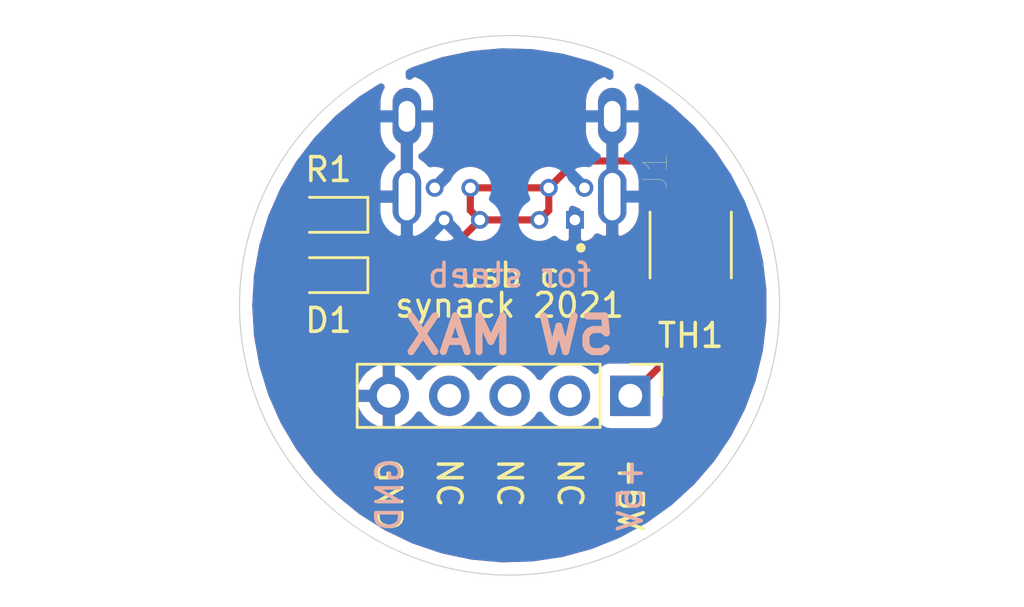
<source format=kicad_pcb>
(kicad_pcb (version 20171130) (host pcbnew "(5.1.9)-1")

  (general
    (thickness 1.6)
    (drawings 12)
    (tracks 15)
    (zones 0)
    (modules 5)
    (nets 5)
  )

  (page A4)
  (layers
    (0 F.Cu signal)
    (31 B.Cu signal)
    (32 B.Adhes user)
    (33 F.Adhes user)
    (34 B.Paste user)
    (35 F.Paste user)
    (36 B.SilkS user)
    (37 F.SilkS user)
    (38 B.Mask user)
    (39 F.Mask user)
    (40 Dwgs.User user)
    (41 Cmts.User user)
    (42 Eco1.User user)
    (43 Eco2.User user)
    (44 Edge.Cuts user)
    (45 Margin user)
    (46 B.CrtYd user)
    (47 F.CrtYd user)
    (48 B.Fab user)
    (49 F.Fab user)
  )

  (setup
    (last_trace_width 0.2)
    (trace_clearance 0.1524)
    (zone_clearance 0.508)
    (zone_45_only no)
    (trace_min 0.1524)
    (via_size 0.8)
    (via_drill 0.4)
    (via_min_size 0.127)
    (via_min_drill 0.254)
    (uvia_size 0.3)
    (uvia_drill 0.254)
    (uvias_allowed no)
    (uvia_min_size 0.254)
    (uvia_min_drill 0.254)
    (edge_width 0.05)
    (segment_width 0.2)
    (pcb_text_width 0.3)
    (pcb_text_size 1.5 1.5)
    (mod_edge_width 0.12)
    (mod_text_size 1 1)
    (mod_text_width 0.15)
    (pad_size 1.524 1.524)
    (pad_drill 0.762)
    (pad_to_mask_clearance 0.0508)
    (solder_mask_min_width 0.101)
    (aux_axis_origin 0 0)
    (visible_elements 7FFFFFFF)
    (pcbplotparams
      (layerselection 0x010fc_ffffffff)
      (usegerberextensions false)
      (usegerberattributes true)
      (usegerberadvancedattributes true)
      (creategerberjobfile true)
      (excludeedgelayer true)
      (linewidth 0.100000)
      (plotframeref false)
      (viasonmask false)
      (mode 1)
      (useauxorigin false)
      (hpglpennumber 1)
      (hpglpenspeed 20)
      (hpglpendiameter 15.000000)
      (psnegative false)
      (psa4output false)
      (plotreference true)
      (plotvalue true)
      (plotinvisibletext false)
      (padsonsilk false)
      (subtractmaskfromsilk false)
      (outputformat 1)
      (mirror false)
      (drillshape 1)
      (scaleselection 1)
      (outputdirectory ""))
  )

  (net 0 "")
  (net 1 /VBUS)
  (net 2 /GND)
  (net 3 "Net-(J2-Pad1)")
  (net 4 "Net-(D1-Pad2)")

  (net_class Default "This is the default net class."
    (clearance 0.1524)
    (trace_width 0.2)
    (via_dia 0.8)
    (via_drill 0.4)
    (uvia_dia 0.3)
    (uvia_drill 0.254)
    (add_net "Net-(D1-Pad2)")
  )

  (net_class Power ""
    (clearance 0.1524)
    (trace_width 0.3)
    (via_dia 0.8)
    (via_drill 0.4)
    (uvia_dia 0.3)
    (uvia_drill 0.254)
    (add_net /GND)
    (add_net /VBUS)
    (add_net "Net-(J2-Pad1)")
  )

  (module kicad_custom:CUI_UJC-HP-G-SMT-TR (layer F.Cu) (tedit 605BAE09) (tstamp 605C0F61)
    (at 182.88 68.58 270)
    (path /605BB1BC)
    (fp_text reference J1 (at 1.985 -6.135 270) (layer F.SilkS)
      (effects (font (size 1 1) (thickness 0.015)))
    )
    (fp_text value UJC-HP-G-SMT-TR (at 10.875 6.135 270) (layer F.Fab)
      (effects (font (size 1 1) (thickness 0.015)))
    )
    (fp_line (start -3.585 -5.08) (end -3.585 5.08) (layer F.Fab) (width 0.127))
    (fp_circle (center 5.2 -3) (end 5.3 -3) (layer F.SilkS) (width 0.2))
    (fp_circle (center 5.2 -3) (end 5.3 -3) (layer F.Fab) (width 0.2))
    (fp_line (start 4.835 5.17) (end 4.835 -5.17) (layer F.CrtYd) (width 0.05))
    (fp_line (start -4.835 5.17) (end 4.835 5.17) (layer F.CrtYd) (width 0.05))
    (fp_line (start -4.835 -5.17) (end -4.835 5.17) (layer F.CrtYd) (width 0.05))
    (fp_line (start 4.835 -5.17) (end -4.835 -5.17) (layer F.CrtYd) (width 0.05))
    (fp_line (start 4.585 4.47) (end 4.585 -4.47) (layer F.Fab) (width 0.127))
    (fp_line (start -4.585 4.47) (end 4.585 4.47) (layer F.Fab) (width 0.127))
    (fp_line (start -4.585 -4.47) (end -4.585 4.47) (layer F.Fab) (width 0.127))
    (fp_line (start 4.585 -4.47) (end -4.585 -4.47) (layer F.Fab) (width 0.127))
    (fp_text user PCB~Edge (at -3.683 1.524 270) (layer F.Fab)
      (effects (font (size 0.48 0.48) (thickness 0.015)))
    )
    (pad A1 thru_hole rect (at 4.025 -2.75 270) (size 0.75 0.75) (drill 0.45) (layers *.Cu *.Mask)
      (net 2 /GND))
    (pad A4 thru_hole circle (at 4.025 -1.25 270) (size 0.75 0.75) (drill 0.45) (layers *.Cu *.Mask)
      (net 1 /VBUS))
    (pad A9 thru_hole circle (at 4.025 1.25 270) (size 0.75 0.75) (drill 0.45) (layers *.Cu *.Mask)
      (net 1 /VBUS))
    (pad A12 thru_hole circle (at 4.025 2.75 270) (size 0.75 0.75) (drill 0.45) (layers *.Cu *.Mask)
      (net 2 /GND))
    (pad B1 thru_hole circle (at 2.675 3.15 270) (size 0.75 0.75) (drill 0.45) (layers *.Cu *.Mask)
      (net 2 /GND))
    (pad B4 thru_hole circle (at 2.675 1.65 270) (size 0.75 0.75) (drill 0.45) (layers *.Cu *.Mask)
      (net 1 /VBUS))
    (pad B9 thru_hole circle (at 2.675 -1.65 270) (size 0.75 0.75) (drill 0.45) (layers *.Cu *.Mask)
      (net 1 /VBUS))
    (pad B12 thru_hole circle (at 2.675 -3.15 270) (size 0.75 0.75) (drill 0.45) (layers *.Cu *.Mask)
      (net 2 /GND))
    (pad S1 thru_hole oval (at 3.045 -4.32 270) (size 2.4 1.2) (drill oval 2 0.7) (layers *.Cu *.Mask)
      (net 2 /GND))
    (pad S2 thru_hole oval (at 3.045 4.32 270) (size 2.4 1.2) (drill oval 2 0.7) (layers *.Cu *.Mask)
      (net 2 /GND))
    (pad S4 thru_hole oval (at -0.335 4.32 270) (size 2.4 1.2) (drill oval 1.3 0.7) (layers *.Cu *.Mask)
      (net 2 /GND))
    (pad S3 thru_hole oval (at -0.335 -4.32 270) (size 2.4 1.2) (drill oval 1.3 0.7) (layers *.Cu *.Mask)
      (net 2 /GND))
  )

  (module Connector_PinHeader_2.54mm:PinHeader_1x05_P2.54mm_Vertical (layer F.Cu) (tedit 59FED5CC) (tstamp 605C58F3)
    (at 187.96 80.01 270)
    (descr "Through hole straight pin header, 1x05, 2.54mm pitch, single row")
    (tags "Through hole pin header THT 1x05 2.54mm single row")
    (path /605BAB78)
    (fp_text reference J2 (at 0 -2.33 90) (layer F.SilkS) hide
      (effects (font (size 1 1) (thickness 0.15)))
    )
    (fp_text value Conn_01x05_Female (at 2.54 5.08 180) (layer F.Fab)
      (effects (font (size 1 1) (thickness 0.15)))
    )
    (fp_line (start -0.635 -1.27) (end 1.27 -1.27) (layer F.Fab) (width 0.1))
    (fp_line (start 1.27 -1.27) (end 1.27 11.43) (layer F.Fab) (width 0.1))
    (fp_line (start 1.27 11.43) (end -1.27 11.43) (layer F.Fab) (width 0.1))
    (fp_line (start -1.27 11.43) (end -1.27 -0.635) (layer F.Fab) (width 0.1))
    (fp_line (start -1.27 -0.635) (end -0.635 -1.27) (layer F.Fab) (width 0.1))
    (fp_line (start -1.33 11.49) (end 1.33 11.49) (layer F.SilkS) (width 0.12))
    (fp_line (start -1.33 1.27) (end -1.33 11.49) (layer F.SilkS) (width 0.12))
    (fp_line (start 1.33 1.27) (end 1.33 11.49) (layer F.SilkS) (width 0.12))
    (fp_line (start -1.33 1.27) (end 1.33 1.27) (layer F.SilkS) (width 0.12))
    (fp_line (start -1.33 0) (end -1.33 -1.33) (layer F.SilkS) (width 0.12))
    (fp_line (start -1.33 -1.33) (end 0 -1.33) (layer F.SilkS) (width 0.12))
    (fp_line (start -1.8 -1.8) (end -1.8 11.95) (layer F.CrtYd) (width 0.05))
    (fp_line (start -1.8 11.95) (end 1.8 11.95) (layer F.CrtYd) (width 0.05))
    (fp_line (start 1.8 11.95) (end 1.8 -1.8) (layer F.CrtYd) (width 0.05))
    (fp_line (start 1.8 -1.8) (end -1.8 -1.8) (layer F.CrtYd) (width 0.05))
    (fp_text user %R (at 0 5.08) (layer F.Fab)
      (effects (font (size 1 1) (thickness 0.15)))
    )
    (pad 1 thru_hole rect (at 0 0 270) (size 1.7 1.7) (drill 1) (layers *.Cu *.Mask)
      (net 3 "Net-(J2-Pad1)"))
    (pad 2 thru_hole oval (at 0 2.54 270) (size 1.7 1.7) (drill 1) (layers *.Cu *.Mask))
    (pad 3 thru_hole oval (at 0 5.08 270) (size 1.7 1.7) (drill 1) (layers *.Cu *.Mask))
    (pad 4 thru_hole oval (at 0 7.62 270) (size 1.7 1.7) (drill 1) (layers *.Cu *.Mask))
    (pad 5 thru_hole oval (at 0 10.16 270) (size 1.7 1.7) (drill 1) (layers *.Cu *.Mask)
      (net 2 /GND))
    (model ${KISYS3DMOD}/Connector_PinHeader_2.54mm.3dshapes/PinHeader_1x05_P2.54mm_Vertical.wrl
      (at (xyz 0 0 0))
      (scale (xyz 1 1 1))
      (rotate (xyz 0 0 0))
    )
  )

  (module Fuse:Fuse_1812_4532Metric_Pad1.30x3.40mm_HandSolder (layer F.Cu) (tedit 5F68FEF1) (tstamp 605C5F37)
    (at 190.5 73.66 90)
    (descr "Fuse SMD 1812 (4532 Metric), square (rectangular) end terminal, IPC_7351 nominal with elongated pad for handsoldering. (Body size source: https://www.nikhef.nl/pub/departments/mt/projects/detectorR_D/dtddice/ERJ2G.pdf), generated with kicad-footprint-generator")
    (tags "fuse handsolder")
    (path /605BEEE9)
    (attr smd)
    (fp_text reference TH1 (at -3.81 0 180) (layer F.SilkS)
      (effects (font (size 1 1) (thickness 0.15)))
    )
    (fp_text value 1812L110/33MR (at 0 7.62 180) (layer F.Fab)
      (effects (font (size 1 1) (thickness 0.15)))
    )
    (fp_line (start -2.25 1.6) (end -2.25 -1.6) (layer F.Fab) (width 0.1))
    (fp_line (start -2.25 -1.6) (end 2.25 -1.6) (layer F.Fab) (width 0.1))
    (fp_line (start 2.25 -1.6) (end 2.25 1.6) (layer F.Fab) (width 0.1))
    (fp_line (start 2.25 1.6) (end -2.25 1.6) (layer F.Fab) (width 0.1))
    (fp_line (start -1.386252 -1.71) (end 1.386252 -1.71) (layer F.SilkS) (width 0.12))
    (fp_line (start -1.386252 1.71) (end 1.386252 1.71) (layer F.SilkS) (width 0.12))
    (fp_line (start -3.12 1.95) (end -3.12 -1.95) (layer F.CrtYd) (width 0.05))
    (fp_line (start -3.12 -1.95) (end 3.12 -1.95) (layer F.CrtYd) (width 0.05))
    (fp_line (start 3.12 -1.95) (end 3.12 1.95) (layer F.CrtYd) (width 0.05))
    (fp_line (start 3.12 1.95) (end -3.12 1.95) (layer F.CrtYd) (width 0.05))
    (fp_text user %R (at 0 0 90) (layer F.Fab)
      (effects (font (size 1 1) (thickness 0.15)))
    )
    (pad 1 smd roundrect (at -2.225 0 90) (size 1.3 3.4) (layers F.Cu F.Paste F.Mask) (roundrect_rratio 0.192308)
      (net 3 "Net-(J2-Pad1)"))
    (pad 2 smd roundrect (at 2.225 0 90) (size 1.3 3.4) (layers F.Cu F.Paste F.Mask) (roundrect_rratio 0.192308)
      (net 1 /VBUS))
    (model ${KISYS3DMOD}/Fuse.3dshapes/Fuse_1812_4532Metric.wrl
      (at (xyz 0 0 0))
      (scale (xyz 1 1 1))
      (rotate (xyz 0 0 0))
    )
  )

  (module LED_SMD:LED_0603_1608Metric_Pad1.05x0.95mm_HandSolder (layer F.Cu) (tedit 5F68FEF1) (tstamp 605C697A)
    (at 175.26 74.93 180)
    (descr "LED SMD 0603 (1608 Metric), square (rectangular) end terminal, IPC_7351 nominal, (Body size source: http://www.tortai-tech.com/upload/download/2011102023233369053.pdf), generated with kicad-footprint-generator")
    (tags "LED handsolder")
    (path /605C311F)
    (attr smd)
    (fp_text reference D1 (at 0 -1.905) (layer F.SilkS)
      (effects (font (size 1 1) (thickness 0.15)))
    )
    (fp_text value LTST-C190KRKT (at 7.62 0) (layer F.Fab)
      (effects (font (size 1 1) (thickness 0.15)))
    )
    (fp_line (start 0.8 -0.4) (end -0.5 -0.4) (layer F.Fab) (width 0.1))
    (fp_line (start -0.5 -0.4) (end -0.8 -0.1) (layer F.Fab) (width 0.1))
    (fp_line (start -0.8 -0.1) (end -0.8 0.4) (layer F.Fab) (width 0.1))
    (fp_line (start -0.8 0.4) (end 0.8 0.4) (layer F.Fab) (width 0.1))
    (fp_line (start 0.8 0.4) (end 0.8 -0.4) (layer F.Fab) (width 0.1))
    (fp_line (start 0.8 -0.735) (end -1.66 -0.735) (layer F.SilkS) (width 0.12))
    (fp_line (start -1.66 -0.735) (end -1.66 0.735) (layer F.SilkS) (width 0.12))
    (fp_line (start -1.66 0.735) (end 0.8 0.735) (layer F.SilkS) (width 0.12))
    (fp_line (start -1.65 0.73) (end -1.65 -0.73) (layer F.CrtYd) (width 0.05))
    (fp_line (start -1.65 -0.73) (end 1.65 -0.73) (layer F.CrtYd) (width 0.05))
    (fp_line (start 1.65 -0.73) (end 1.65 0.73) (layer F.CrtYd) (width 0.05))
    (fp_line (start 1.65 0.73) (end -1.65 0.73) (layer F.CrtYd) (width 0.05))
    (fp_text user %R (at 0 0) (layer F.Fab)
      (effects (font (size 0.4 0.4) (thickness 0.06)))
    )
    (pad 1 smd roundrect (at -0.875 0 180) (size 1.05 0.95) (layers F.Cu F.Paste F.Mask) (roundrect_rratio 0.25)
      (net 2 /GND))
    (pad 2 smd roundrect (at 0.875 0 180) (size 1.05 0.95) (layers F.Cu F.Paste F.Mask) (roundrect_rratio 0.25)
      (net 4 "Net-(D1-Pad2)"))
    (model ${KISYS3DMOD}/LED_SMD.3dshapes/LED_0603_1608Metric.wrl
      (at (xyz 0 0 0))
      (scale (xyz 1 1 1))
      (rotate (xyz 0 0 0))
    )
  )

  (module LED_SMD:LED_0603_1608Metric_Pad1.05x0.95mm_HandSolder (layer F.Cu) (tedit 5F68FEF1) (tstamp 605C6AE0)
    (at 175.26 72.39 180)
    (descr "LED SMD 0603 (1608 Metric), square (rectangular) end terminal, IPC_7351 nominal, (Body size source: http://www.tortai-tech.com/upload/download/2011102023233369053.pdf), generated with kicad-footprint-generator")
    (tags "LED handsolder")
    (path /605C3E7D)
    (attr smd)
    (fp_text reference R1 (at 0 1.905) (layer F.SilkS)
      (effects (font (size 1 1) (thickness 0.15)))
    )
    (fp_text value 150 (at 0 1.43) (layer F.Fab)
      (effects (font (size 1 1) (thickness 0.15)))
    )
    (fp_line (start 1.65 0.73) (end -1.65 0.73) (layer F.CrtYd) (width 0.05))
    (fp_line (start 1.65 -0.73) (end 1.65 0.73) (layer F.CrtYd) (width 0.05))
    (fp_line (start -1.65 -0.73) (end 1.65 -0.73) (layer F.CrtYd) (width 0.05))
    (fp_line (start -1.65 0.73) (end -1.65 -0.73) (layer F.CrtYd) (width 0.05))
    (fp_line (start -1.66 0.735) (end 0.8 0.735) (layer F.SilkS) (width 0.12))
    (fp_line (start -1.66 -0.735) (end -1.66 0.735) (layer F.SilkS) (width 0.12))
    (fp_line (start 0.8 -0.735) (end -1.66 -0.735) (layer F.SilkS) (width 0.12))
    (fp_line (start 0.8 0.4) (end 0.8 -0.4) (layer F.Fab) (width 0.1))
    (fp_line (start -0.8 0.4) (end 0.8 0.4) (layer F.Fab) (width 0.1))
    (fp_line (start -0.8 -0.1) (end -0.8 0.4) (layer F.Fab) (width 0.1))
    (fp_line (start -0.5 -0.4) (end -0.8 -0.1) (layer F.Fab) (width 0.1))
    (fp_line (start 0.8 -0.4) (end -0.5 -0.4) (layer F.Fab) (width 0.1))
    (fp_text user %R (at 0 0) (layer F.Fab)
      (effects (font (size 0.4 0.4) (thickness 0.06)))
    )
    (pad 2 smd roundrect (at 0.875 0 180) (size 1.05 0.95) (layers F.Cu F.Paste F.Mask) (roundrect_rratio 0.25)
      (net 4 "Net-(D1-Pad2)"))
    (pad 1 smd roundrect (at -0.875 0 180) (size 1.05 0.95) (layers F.Cu F.Paste F.Mask) (roundrect_rratio 0.25)
      (net 1 /VBUS))
    (model ${KISYS3DMOD}/LED_SMD.3dshapes/LED_0603_1608Metric.wrl
      (at (xyz 0 0 0))
      (scale (xyz 1 1 1))
      (rotate (xyz 0 0 0))
    )
  )

  (gr_text "5W MAX" (at 182.88 77.47) (layer B.SilkS)
    (effects (font (size 1.5 1.5) (thickness 0.3)) (justify mirror))
  )
  (gr_text "usb c" (at 182.88 74.93) (layer F.SilkS)
    (effects (font (size 1 1) (thickness 0.15)))
  )
  (gr_circle (center 182.88 76.2) (end 193.04 81.28) (layer Edge.Cuts) (width 0.05))
  (gr_text "for steeb" (at 182.88 74.93) (layer B.SilkS)
    (effects (font (size 1 1) (thickness 0.15)) (justify mirror))
  )
  (gr_text "synack 2021" (at 182.88 76.2) (layer F.SilkS)
    (effects (font (size 1 1) (thickness 0.15)))
  )
  (gr_text NC (at 180.34 82.55 -90) (layer F.SilkS)
    (effects (font (size 1 1) (thickness 0.15)) (justify left))
  )
  (gr_text NC (at 185.42 82.55 -90) (layer F.SilkS)
    (effects (font (size 1 1) (thickness 0.15)) (justify left))
  )
  (gr_text NC (at 182.88 82.55 -90) (layer F.SilkS)
    (effects (font (size 1 1) (thickness 0.15)) (justify left))
  )
  (gr_text GND (at 177.8 82.55 90) (layer B.SilkS)
    (effects (font (size 1 1) (thickness 0.15)) (justify left mirror))
  )
  (gr_text +5V (at 187.96 82.55 90) (layer B.SilkS)
    (effects (font (size 1 1) (thickness 0.15)) (justify left mirror))
  )
  (gr_text +5V (at 187.96 82.55 -90) (layer F.SilkS) (tstamp 605C5CC8)
    (effects (font (size 1 1) (thickness 0.15)) (justify left))
  )
  (gr_text GND (at 177.8 82.55 -90) (layer F.SilkS)
    (effects (font (size 1 1) (thickness 0.15)) (justify left))
  )

  (segment (start 185.66241 70.12259) (end 184.53 71.255) (width 0.3) (layer F.Cu) (net 1))
  (segment (start 189.18759 70.12259) (end 185.66241 70.12259) (width 0.3) (layer F.Cu) (net 1))
  (segment (start 190.5 71.435) (end 189.18759 70.12259) (width 0.3) (layer F.Cu) (net 1))
  (segment (start 184.53 71.255) (end 181.23 71.255) (width 0.3) (layer F.Cu) (net 1))
  (segment (start 184.53 72.205) (end 184.13 72.605) (width 0.3) (layer F.Cu) (net 1))
  (segment (start 184.53 71.255) (end 184.53 72.205) (width 0.3) (layer F.Cu) (net 1))
  (segment (start 184.13 72.605) (end 181.63 72.605) (width 0.3) (layer F.Cu) (net 1))
  (segment (start 181.23 72.205) (end 181.63 72.605) (width 0.3) (layer F.Cu) (net 1))
  (segment (start 181.23 71.255) (end 181.23 72.205) (width 0.3) (layer F.Cu) (net 1))
  (segment (start 181.63 72.605) (end 180.575 73.66) (width 0.3) (layer F.Cu) (net 1))
  (segment (start 177.405 73.66) (end 176.135 72.39) (width 0.3) (layer F.Cu) (net 1))
  (segment (start 180.575 73.66) (end 177.405 73.66) (width 0.3) (layer F.Cu) (net 1))
  (segment (start 190.5 77.47) (end 187.96 80.01) (width 0.3) (layer F.Cu) (net 3))
  (segment (start 190.5 75.885) (end 190.5 77.47) (width 0.3) (layer F.Cu) (net 3))
  (segment (start 174.385 72.39) (end 174.385 74.93) (width 0.2) (layer F.Cu) (net 4))

  (zone (net 2) (net_name /GND) (layer B.Cu) (tstamp 0) (hatch edge 0.508)
    (connect_pads (clearance 0.508))
    (min_thickness 0.3)
    (fill yes (arc_segments 32) (thermal_gap 0.508) (thermal_bridge_width 0.508))
    (polygon
      (pts
        (xy 195.58 88.9) (xy 170.18 88.9) (xy 170.18 63.5) (xy 195.58 63.5)
      )
    )
    (filled_polygon
      (pts
        (xy 183.828005 65.565948) (xy 185.079074 65.752711) (xy 186.299273 66.086131) (xy 187.095998 66.40925) (xy 187.095998 66.556456)
        (xy 186.901159 66.42301) (xy 186.814668 66.442961) (xy 186.587566 66.541232) (xy 186.383999 66.681921) (xy 186.211791 66.85962)
        (xy 186.077559 67.067501) (xy 185.986462 67.297575) (xy 185.942 67.541) (xy 185.942 68.141) (xy 187.096 68.141)
        (xy 187.096 68.121) (xy 187.304 68.121) (xy 187.304 68.141) (xy 188.458 68.141) (xy 188.458 67.541)
        (xy 188.413538 67.297575) (xy 188.322441 67.067501) (xy 188.285509 67.010305) (xy 188.579218 67.172227) (xy 189.60696 67.909657)
        (xy 190.540269 68.763464) (xy 191.366045 69.721665) (xy 192.072695 70.770807) (xy 192.650301 71.896164) (xy 193.090752 73.081936)
        (xy 193.387867 74.31148) (xy 193.537475 75.567534) (xy 193.537475 76.832466) (xy 193.387867 78.08852) (xy 193.090752 79.318064)
        (xy 192.650301 80.503836) (xy 192.072695 81.629193) (xy 191.366045 82.678335) (xy 190.540269 83.636536) (xy 189.60696 84.490343)
        (xy 188.579218 85.227773) (xy 187.471473 85.838473) (xy 186.299273 86.313869) (xy 185.079074 86.647289) (xy 183.828005 86.834052)
        (xy 182.563628 86.871536) (xy 181.303692 86.759216) (xy 180.065884 86.498667) (xy 178.86758 86.093547) (xy 177.725602 85.549543)
        (xy 176.65598 84.874293) (xy 175.67373 84.077274) (xy 174.79264 83.169676) (xy 174.025078 82.164239) (xy 173.381821 81.075076)
        (xy 173.06157 80.348062) (xy 176.330378 80.348062) (xy 176.424569 80.628275) (xy 176.571617 80.884728) (xy 176.765871 81.107566)
        (xy 176.999866 81.288225) (xy 177.26461 81.419763) (xy 177.461939 81.479619) (xy 177.696 81.349469) (xy 177.696 80.114)
        (xy 176.460087 80.114) (xy 176.330378 80.348062) (xy 173.06157 80.348062) (xy 172.871897 79.917479) (xy 172.796917 79.671938)
        (xy 176.330378 79.671938) (xy 176.460087 79.906) (xy 177.696 79.906) (xy 177.696 78.670531) (xy 177.904 78.670531)
        (xy 177.904 79.906) (xy 177.924 79.906) (xy 177.924 80.114) (xy 177.904 80.114) (xy 177.904 81.349469)
        (xy 178.138061 81.479619) (xy 178.33539 81.419763) (xy 178.600134 81.288225) (xy 178.834129 81.107566) (xy 179.028383 80.884728)
        (xy 179.066454 80.818332) (xy 179.16866 80.971294) (xy 179.378706 81.18134) (xy 179.625694 81.346373) (xy 179.900132 81.460049)
        (xy 180.191475 81.518) (xy 180.488525 81.518) (xy 180.779868 81.460049) (xy 181.054306 81.346373) (xy 181.301294 81.18134)
        (xy 181.51134 80.971294) (xy 181.61 80.82364) (xy 181.70866 80.971294) (xy 181.918706 81.18134) (xy 182.165694 81.346373)
        (xy 182.440132 81.460049) (xy 182.731475 81.518) (xy 183.028525 81.518) (xy 183.319868 81.460049) (xy 183.594306 81.346373)
        (xy 183.841294 81.18134) (xy 184.05134 80.971294) (xy 184.15 80.82364) (xy 184.24866 80.971294) (xy 184.458706 81.18134)
        (xy 184.705694 81.346373) (xy 184.980132 81.460049) (xy 185.271475 81.518) (xy 185.568525 81.518) (xy 185.859868 81.460049)
        (xy 186.134306 81.346373) (xy 186.381294 81.18134) (xy 186.487617 81.075017) (xy 186.499147 81.113024) (xy 186.560246 81.227334)
        (xy 186.642473 81.327527) (xy 186.742666 81.409754) (xy 186.856976 81.470853) (xy 186.98101 81.508479) (xy 187.11 81.521183)
        (xy 188.81 81.521183) (xy 188.93899 81.508479) (xy 189.063024 81.470853) (xy 189.177334 81.409754) (xy 189.277527 81.327527)
        (xy 189.359754 81.227334) (xy 189.420853 81.113024) (xy 189.458479 80.98899) (xy 189.471183 80.86) (xy 189.471183 79.16)
        (xy 189.458479 79.03101) (xy 189.420853 78.906976) (xy 189.359754 78.792666) (xy 189.277527 78.692473) (xy 189.177334 78.610246)
        (xy 189.063024 78.549147) (xy 188.93899 78.511521) (xy 188.81 78.498817) (xy 187.11 78.498817) (xy 186.98101 78.511521)
        (xy 186.856976 78.549147) (xy 186.742666 78.610246) (xy 186.642473 78.692473) (xy 186.560246 78.792666) (xy 186.499147 78.906976)
        (xy 186.487617 78.944983) (xy 186.381294 78.83866) (xy 186.134306 78.673627) (xy 185.859868 78.559951) (xy 185.568525 78.502)
        (xy 185.271475 78.502) (xy 184.980132 78.559951) (xy 184.705694 78.673627) (xy 184.458706 78.83866) (xy 184.24866 79.048706)
        (xy 184.15 79.19636) (xy 184.05134 79.048706) (xy 183.841294 78.83866) (xy 183.594306 78.673627) (xy 183.319868 78.559951)
        (xy 183.028525 78.502) (xy 182.731475 78.502) (xy 182.440132 78.559951) (xy 182.165694 78.673627) (xy 181.918706 78.83866)
        (xy 181.70866 79.048706) (xy 181.61 79.19636) (xy 181.51134 79.048706) (xy 181.301294 78.83866) (xy 181.054306 78.673627)
        (xy 180.779868 78.559951) (xy 180.488525 78.502) (xy 180.191475 78.502) (xy 179.900132 78.559951) (xy 179.625694 78.673627)
        (xy 179.378706 78.83866) (xy 179.16866 79.048706) (xy 179.066454 79.201668) (xy 179.028383 79.135272) (xy 178.834129 78.912434)
        (xy 178.600134 78.731775) (xy 178.33539 78.600237) (xy 178.138061 78.540381) (xy 177.904 78.670531) (xy 177.696 78.670531)
        (xy 177.461939 78.540381) (xy 177.26461 78.600237) (xy 176.999866 78.731775) (xy 176.765871 78.912434) (xy 176.571617 79.135272)
        (xy 176.424569 79.391725) (xy 176.330378 79.671938) (xy 172.796917 79.671938) (xy 172.502465 78.707696) (xy 172.27871 77.462711)
        (xy 172.203775 76.2) (xy 172.27871 74.937289) (xy 172.502465 73.692304) (xy 172.871897 72.482521) (xy 173.203824 71.729)
        (xy 177.302 71.729) (xy 177.302 72.329) (xy 177.346462 72.572425) (xy 177.437559 72.802499) (xy 177.571791 73.01038)
        (xy 177.743999 73.188079) (xy 177.947566 73.328768) (xy 178.174668 73.427039) (xy 178.261159 73.44699) (xy 178.456 73.313543)
        (xy 178.456 71.729) (xy 177.302 71.729) (xy 173.203824 71.729) (xy 173.381821 71.324924) (xy 174.025078 70.235761)
        (xy 174.79264 69.230324) (xy 175.648223 68.349) (xy 177.302 68.349) (xy 177.302 68.949) (xy 177.346462 69.192425)
        (xy 177.437559 69.422499) (xy 177.571791 69.63038) (xy 177.743999 69.808079) (xy 177.927645 69.935) (xy 177.743999 70.061921)
        (xy 177.571791 70.23962) (xy 177.437559 70.447501) (xy 177.346462 70.677575) (xy 177.302 70.921) (xy 177.302 71.521)
        (xy 178.456 71.521) (xy 178.456 69.936457) (xy 178.453873 69.935) (xy 178.456 69.933543) (xy 178.456 68.349)
        (xy 178.664 68.349) (xy 178.664 69.933543) (xy 178.666127 69.935) (xy 178.664 69.936457) (xy 178.664 71.521)
        (xy 178.684 71.521) (xy 178.684 71.729) (xy 178.664 71.729) (xy 178.664 73.313543) (xy 178.858841 73.44699)
        (xy 178.945332 73.427039) (xy 179.172434 73.328768) (xy 179.225921 73.291802) (xy 179.590276 73.291802) (xy 179.607087 73.501662)
        (xy 179.792065 73.586449) (xy 179.99003 73.633518) (xy 180.193373 73.641062) (xy 180.394281 73.60879) (xy 180.585033 73.537944)
        (xy 180.652913 73.501662) (xy 180.669724 73.291802) (xy 180.13 72.752078) (xy 179.590276 73.291802) (xy 179.225921 73.291802)
        (xy 179.376001 73.188079) (xy 179.41983 73.142852) (xy 179.443198 73.144724) (xy 179.982922 72.605) (xy 179.96878 72.590858)
        (xy 180.115858 72.44378) (xy 180.13 72.457922) (xy 180.144143 72.44378) (xy 180.291221 72.590858) (xy 180.277078 72.605)
        (xy 180.677925 73.005847) (xy 180.714567 73.094309) (xy 180.827617 73.263499) (xy 180.971501 73.407383) (xy 181.140691 73.520433)
        (xy 181.328685 73.598302) (xy 181.528258 73.638) (xy 181.731742 73.638) (xy 181.931315 73.598302) (xy 182.119309 73.520433)
        (xy 182.288499 73.407383) (xy 182.432383 73.263499) (xy 182.545433 73.094309) (xy 182.623302 72.906315) (xy 182.663 72.706742)
        (xy 182.663 72.503258) (xy 183.097 72.503258) (xy 183.097 72.706742) (xy 183.136698 72.906315) (xy 183.214567 73.094309)
        (xy 183.327617 73.263499) (xy 183.471501 73.407383) (xy 183.640691 73.520433) (xy 183.828685 73.598302) (xy 184.028258 73.638)
        (xy 184.231742 73.638) (xy 184.431315 73.598302) (xy 184.619309 73.520433) (xy 184.766558 73.422044) (xy 184.787472 73.447528)
        (xy 184.887666 73.529754) (xy 185.001976 73.590854) (xy 185.126009 73.62848) (xy 185.255 73.641184) (xy 185.3615 73.638)
        (xy 185.526 73.4735) (xy 185.526 72.709) (xy 185.506 72.709) (xy 185.506 72.501) (xy 185.526 72.501)
        (xy 185.526 72.160331) (xy 185.692065 72.236449) (xy 185.734 72.24642) (xy 185.734 72.501) (xy 185.754 72.501)
        (xy 185.754 72.709) (xy 185.734 72.709) (xy 185.734 73.4735) (xy 185.8985 73.638) (xy 186.005 73.641184)
        (xy 186.133991 73.62848) (xy 186.258024 73.590854) (xy 186.372334 73.529754) (xy 186.472528 73.447528) (xy 186.554754 73.347334)
        (xy 186.570852 73.317217) (xy 186.587566 73.328768) (xy 186.814668 73.427039) (xy 186.901159 73.44699) (xy 187.096 73.313543)
        (xy 187.096 71.729) (xy 187.304 71.729) (xy 187.304 73.313543) (xy 187.498841 73.44699) (xy 187.585332 73.427039)
        (xy 187.812434 73.328768) (xy 188.016001 73.188079) (xy 188.188209 73.01038) (xy 188.322441 72.802499) (xy 188.413538 72.572425)
        (xy 188.458 72.329) (xy 188.458 71.729) (xy 187.304 71.729) (xy 187.096 71.729) (xy 187.076 71.729)
        (xy 187.076 71.521) (xy 187.096 71.521) (xy 187.096 69.936457) (xy 187.093873 69.935) (xy 187.096 69.933543)
        (xy 187.096 68.349) (xy 187.304 68.349) (xy 187.304 69.933543) (xy 187.306127 69.935) (xy 187.304 69.936457)
        (xy 187.304 71.521) (xy 188.458 71.521) (xy 188.458 70.921) (xy 188.413538 70.677575) (xy 188.322441 70.447501)
        (xy 188.188209 70.23962) (xy 188.016001 70.061921) (xy 187.832355 69.935) (xy 188.016001 69.808079) (xy 188.188209 69.63038)
        (xy 188.322441 69.422499) (xy 188.413538 69.192425) (xy 188.458 68.949) (xy 188.458 68.349) (xy 187.304 68.349)
        (xy 187.096 68.349) (xy 185.942 68.349) (xy 185.942 68.949) (xy 185.986462 69.192425) (xy 186.077559 69.422499)
        (xy 186.211791 69.63038) (xy 186.383999 69.808079) (xy 186.567645 69.935) (xy 186.383999 70.061921) (xy 186.214307 70.237024)
        (xy 186.16997 70.226482) (xy 185.966627 70.218938) (xy 185.765719 70.25121) (xy 185.574967 70.322056) (xy 185.507087 70.358338)
        (xy 185.490276 70.568198) (xy 185.942 71.019922) (xy 185.942 71.342363) (xy 185.86878 71.269143) (xy 185.882922 71.255)
        (xy 185.482075 70.854153) (xy 185.445433 70.765691) (xy 185.332383 70.596501) (xy 185.188499 70.452617) (xy 185.019309 70.339567)
        (xy 184.831315 70.261698) (xy 184.631742 70.222) (xy 184.428258 70.222) (xy 184.228685 70.261698) (xy 184.040691 70.339567)
        (xy 183.871501 70.452617) (xy 183.727617 70.596501) (xy 183.614567 70.765691) (xy 183.536698 70.953685) (xy 183.497 71.153258)
        (xy 183.497 71.356742) (xy 183.536698 71.556315) (xy 183.602471 71.715105) (xy 183.471501 71.802617) (xy 183.327617 71.946501)
        (xy 183.214567 72.115691) (xy 183.136698 72.303685) (xy 183.097 72.503258) (xy 182.663 72.503258) (xy 182.623302 72.303685)
        (xy 182.545433 72.115691) (xy 182.432383 71.946501) (xy 182.288499 71.802617) (xy 182.157529 71.715105) (xy 182.223302 71.556315)
        (xy 182.263 71.356742) (xy 182.263 71.153258) (xy 182.223302 70.953685) (xy 182.145433 70.765691) (xy 182.032383 70.596501)
        (xy 181.888499 70.452617) (xy 181.719309 70.339567) (xy 181.531315 70.261698) (xy 181.331742 70.222) (xy 181.128258 70.222)
        (xy 180.928685 70.261698) (xy 180.740691 70.339567) (xy 180.571501 70.452617) (xy 180.427617 70.596501) (xy 180.314567 70.765691)
        (xy 180.277925 70.854153) (xy 179.877078 71.255) (xy 179.891221 71.269143) (xy 179.818 71.342363) (xy 179.818 71.019922)
        (xy 180.269724 70.568198) (xy 180.252913 70.358338) (xy 180.067935 70.273551) (xy 179.86997 70.226482) (xy 179.666627 70.218938)
        (xy 179.546817 70.238183) (xy 179.376001 70.061921) (xy 179.192355 69.935) (xy 179.376001 69.808079) (xy 179.548209 69.63038)
        (xy 179.682441 69.422499) (xy 179.773538 69.192425) (xy 179.818 68.949) (xy 179.818 68.349) (xy 178.664 68.349)
        (xy 178.456 68.349) (xy 177.302 68.349) (xy 175.648223 68.349) (xy 175.67373 68.322726) (xy 176.65598 67.525707)
        (xy 177.475933 67.008073) (xy 177.437559 67.067501) (xy 177.346462 67.297575) (xy 177.302 67.541) (xy 177.302 68.141)
        (xy 178.456 68.141) (xy 178.456 68.121) (xy 178.664 68.121) (xy 178.664 68.141) (xy 179.818 68.141)
        (xy 179.818 67.541) (xy 179.773538 67.297575) (xy 179.682441 67.067501) (xy 179.548209 66.85962) (xy 179.376001 66.681921)
        (xy 179.172434 66.541232) (xy 178.945332 66.442961) (xy 178.858841 66.42301) (xy 178.664002 66.556456) (xy 178.664002 66.403431)
        (xy 178.86758 66.306453) (xy 180.065884 65.901333) (xy 181.303692 65.640784) (xy 182.563628 65.528464)
      )
    )
  )
  (zone (net 2) (net_name /GND) (layer F.Cu) (tstamp 0) (hatch edge 0.508)
    (connect_pads (clearance 0.508))
    (min_thickness 0.3)
    (fill yes (arc_segments 32) (thermal_gap 0.508) (thermal_bridge_width 0.508))
    (polygon
      (pts
        (xy 195.58 88.9) (xy 170.18 88.9) (xy 170.18 63.5) (xy 195.58 63.5)
      )
    )
    (filled_polygon
      (pts
        (xy 183.828005 65.565948) (xy 185.079074 65.752711) (xy 186.299273 66.086131) (xy 187.095998 66.40925) (xy 187.095998 66.556456)
        (xy 186.901159 66.42301) (xy 186.814668 66.442961) (xy 186.587566 66.541232) (xy 186.383999 66.681921) (xy 186.211791 66.85962)
        (xy 186.077559 67.067501) (xy 185.986462 67.297575) (xy 185.942 67.541) (xy 185.942 68.141) (xy 187.096 68.141)
        (xy 187.096 68.121) (xy 187.304 68.121) (xy 187.304 68.141) (xy 188.458 68.141) (xy 188.458 67.541)
        (xy 188.413538 67.297575) (xy 188.322441 67.067501) (xy 188.285509 67.010305) (xy 188.579218 67.172227) (xy 189.60696 67.909657)
        (xy 190.540269 68.763464) (xy 191.366045 69.721665) (xy 191.636915 70.123817) (xy 190.3315 70.123817) (xy 189.787001 69.579318)
        (xy 189.761696 69.548484) (xy 189.638662 69.447512) (xy 189.498294 69.372484) (xy 189.345986 69.326282) (xy 189.227278 69.31459)
        (xy 189.22727 69.31459) (xy 189.18759 69.310682) (xy 189.14791 69.31459) (xy 188.365167 69.31459) (xy 188.413538 69.192425)
        (xy 188.458 68.949) (xy 188.458 68.349) (xy 187.304 68.349) (xy 187.304 68.369) (xy 187.096 68.369)
        (xy 187.096 68.349) (xy 185.942 68.349) (xy 185.942 68.949) (xy 185.986462 69.192425) (xy 186.034833 69.31459)
        (xy 185.70209 69.31459) (xy 185.66241 69.310682) (xy 185.62273 69.31459) (xy 185.622722 69.31459) (xy 185.504014 69.326282)
        (xy 185.351706 69.372484) (xy 185.211338 69.447512) (xy 185.159628 69.489949) (xy 185.119131 69.523184) (xy 185.119127 69.523188)
        (xy 185.088304 69.548484) (xy 185.063008 69.579307) (xy 184.418344 70.223972) (xy 184.228685 70.261698) (xy 184.040691 70.339567)
        (xy 183.879907 70.447) (xy 181.880093 70.447) (xy 181.719309 70.339567) (xy 181.531315 70.261698) (xy 181.331742 70.222)
        (xy 181.128258 70.222) (xy 180.928685 70.261698) (xy 180.740691 70.339567) (xy 180.571501 70.452617) (xy 180.427617 70.596501)
        (xy 180.314567 70.765691) (xy 180.277925 70.854153) (xy 179.877078 71.255) (xy 179.891221 71.269143) (xy 179.818 71.342363)
        (xy 179.818 71.019922) (xy 180.269724 70.568198) (xy 180.252913 70.358338) (xy 180.067935 70.273551) (xy 179.86997 70.226482)
        (xy 179.666627 70.218938) (xy 179.546817 70.238183) (xy 179.376001 70.061921) (xy 179.192355 69.935) (xy 179.376001 69.808079)
        (xy 179.548209 69.63038) (xy 179.682441 69.422499) (xy 179.773538 69.192425) (xy 179.818 68.949) (xy 179.818 68.349)
        (xy 178.664 68.349) (xy 178.664 69.933543) (xy 178.666127 69.935) (xy 178.664 69.936457) (xy 178.664 71.521)
        (xy 178.684 71.521) (xy 178.684 71.729) (xy 178.664 71.729) (xy 178.664 71.749) (xy 178.456 71.749)
        (xy 178.456 71.729) (xy 177.302 71.729) (xy 177.302 71.970863) (xy 177.252775 71.808589) (xy 177.169728 71.653218)
        (xy 177.057965 71.517035) (xy 176.921782 71.405272) (xy 176.766411 71.322225) (xy 176.597824 71.271085) (xy 176.4225 71.253817)
        (xy 175.8475 71.253817) (xy 175.672176 71.271085) (xy 175.503589 71.322225) (xy 175.348218 71.405272) (xy 175.26 71.477671)
        (xy 175.171782 71.405272) (xy 175.016411 71.322225) (xy 174.847824 71.271085) (xy 174.6725 71.253817) (xy 174.0975 71.253817)
        (xy 173.922176 71.271085) (xy 173.753589 71.322225) (xy 173.598218 71.405272) (xy 173.462035 71.517035) (xy 173.350272 71.653218)
        (xy 173.267225 71.808589) (xy 173.216085 71.977176) (xy 173.198817 72.1525) (xy 173.198817 72.6275) (xy 173.216085 72.802824)
        (xy 173.267225 72.971411) (xy 173.350272 73.126782) (xy 173.462035 73.262965) (xy 173.598218 73.374728) (xy 173.627 73.390112)
        (xy 173.627001 73.929887) (xy 173.598218 73.945272) (xy 173.462035 74.057035) (xy 173.350272 74.193218) (xy 173.267225 74.348589)
        (xy 173.216085 74.517176) (xy 173.198817 74.6925) (xy 173.198817 75.1675) (xy 173.216085 75.342824) (xy 173.267225 75.511411)
        (xy 173.350272 75.666782) (xy 173.462035 75.802965) (xy 173.598218 75.914728) (xy 173.753589 75.997775) (xy 173.922176 76.048915)
        (xy 174.0975 76.066183) (xy 174.6725 76.066183) (xy 174.847824 76.048915) (xy 175.016411 75.997775) (xy 175.171782 75.914728)
        (xy 175.182838 75.905655) (xy 175.242666 75.954754) (xy 175.356976 76.015854) (xy 175.481009 76.05348) (xy 175.61 76.066184)
        (xy 175.8665 76.063) (xy 176.031 75.8985) (xy 176.031 75.034) (xy 176.239 75.034) (xy 176.239 75.8985)
        (xy 176.4035 76.063) (xy 176.66 76.066184) (xy 176.788991 76.05348) (xy 176.913024 76.015854) (xy 177.027334 75.954754)
        (xy 177.127528 75.872528) (xy 177.209754 75.772334) (xy 177.270854 75.658024) (xy 177.30848 75.533991) (xy 177.321184 75.405)
        (xy 177.318 75.1985) (xy 177.1535 75.034) (xy 176.239 75.034) (xy 176.031 75.034) (xy 176.011 75.034)
        (xy 176.011 74.826) (xy 176.031 74.826) (xy 176.031 73.9615) (xy 175.8665 73.797) (xy 175.61 73.793816)
        (xy 175.481009 73.80652) (xy 175.356976 73.844146) (xy 175.242666 73.905246) (xy 175.182838 73.954345) (xy 175.171782 73.945272)
        (xy 175.143 73.929888) (xy 175.143 73.390112) (xy 175.171782 73.374728) (xy 175.26 73.302329) (xy 175.348218 73.374728)
        (xy 175.503589 73.457775) (xy 175.672176 73.508915) (xy 175.8475 73.526183) (xy 176.1285 73.526183) (xy 176.401408 73.799092)
        (xy 176.239 73.9615) (xy 176.239 74.826) (xy 177.1535 74.826) (xy 177.318 74.6615) (xy 177.321051 74.463641)
        (xy 177.365312 74.468) (xy 177.365319 74.468) (xy 177.404999 74.471908) (xy 177.444679 74.468) (xy 180.53532 74.468)
        (xy 180.575 74.471908) (xy 180.61468 74.468) (xy 180.614688 74.468) (xy 180.733396 74.456308) (xy 180.885704 74.410106)
        (xy 181.026072 74.335078) (xy 181.149106 74.234106) (xy 181.174411 74.203272) (xy 181.741656 73.636028) (xy 181.931315 73.598302)
        (xy 182.119309 73.520433) (xy 182.280093 73.413) (xy 183.479907 73.413) (xy 183.640691 73.520433) (xy 183.828685 73.598302)
        (xy 184.028258 73.638) (xy 184.231742 73.638) (xy 184.431315 73.598302) (xy 184.619309 73.520433) (xy 184.766558 73.422044)
        (xy 184.787472 73.447528) (xy 184.887666 73.529754) (xy 185.001976 73.590854) (xy 185.126009 73.62848) (xy 185.255 73.641184)
        (xy 185.3615 73.638) (xy 185.526 73.4735) (xy 185.526 72.709) (xy 185.506 72.709) (xy 185.506 72.501)
        (xy 185.526 72.501) (xy 185.526 72.160331) (xy 185.692065 72.236449) (xy 185.734 72.24642) (xy 185.734 72.501)
        (xy 185.754 72.501) (xy 185.754 72.709) (xy 185.734 72.709) (xy 185.734 73.4735) (xy 185.8985 73.638)
        (xy 186.005 73.641184) (xy 186.133991 73.62848) (xy 186.258024 73.590854) (xy 186.372334 73.529754) (xy 186.472528 73.447528)
        (xy 186.554754 73.347334) (xy 186.570852 73.317217) (xy 186.587566 73.328768) (xy 186.814668 73.427039) (xy 186.901159 73.44699)
        (xy 187.096 73.313543) (xy 187.096 71.729) (xy 187.076 71.729) (xy 187.076 71.521) (xy 187.096 71.521)
        (xy 187.096 71.501) (xy 187.304 71.501) (xy 187.304 71.521) (xy 187.324 71.521) (xy 187.324 71.729)
        (xy 187.304 71.729) (xy 187.304 73.313543) (xy 187.498841 73.44699) (xy 187.585332 73.427039) (xy 187.812434 73.328768)
        (xy 188.016001 73.188079) (xy 188.188209 73.01038) (xy 188.322441 72.802499) (xy 188.413538 72.572425) (xy 188.427307 72.49704)
        (xy 188.543774 72.592621) (xy 188.701305 72.676823) (xy 188.872237 72.728675) (xy 189.05 72.746183) (xy 191.95 72.746183)
        (xy 192.127763 72.728675) (xy 192.298695 72.676823) (xy 192.456226 72.592621) (xy 192.594304 72.479304) (xy 192.707621 72.341226)
        (xy 192.771339 72.222019) (xy 193.090752 73.081936) (xy 193.387867 74.31148) (xy 193.537475 75.567534) (xy 193.537475 76.832466)
        (xy 193.387867 78.08852) (xy 193.090752 79.318064) (xy 192.650301 80.503836) (xy 192.072695 81.629193) (xy 191.366045 82.678335)
        (xy 190.540269 83.636536) (xy 189.60696 84.490343) (xy 188.579218 85.227773) (xy 187.471473 85.838473) (xy 186.299273 86.313869)
        (xy 185.079074 86.647289) (xy 183.828005 86.834052) (xy 182.563628 86.871536) (xy 181.303692 86.759216) (xy 180.065884 86.498667)
        (xy 178.86758 86.093547) (xy 177.725602 85.549543) (xy 176.65598 84.874293) (xy 175.67373 84.077274) (xy 174.79264 83.169676)
        (xy 174.025078 82.164239) (xy 173.381821 81.075076) (xy 173.06157 80.348062) (xy 176.330378 80.348062) (xy 176.424569 80.628275)
        (xy 176.571617 80.884728) (xy 176.765871 81.107566) (xy 176.999866 81.288225) (xy 177.26461 81.419763) (xy 177.461939 81.479619)
        (xy 177.696 81.349469) (xy 177.696 80.114) (xy 176.460087 80.114) (xy 176.330378 80.348062) (xy 173.06157 80.348062)
        (xy 172.871897 79.917479) (xy 172.796917 79.671938) (xy 176.330378 79.671938) (xy 176.460087 79.906) (xy 177.696 79.906)
        (xy 177.696 78.670531) (xy 177.904 78.670531) (xy 177.904 79.906) (xy 177.924 79.906) (xy 177.924 80.114)
        (xy 177.904 80.114) (xy 177.904 81.349469) (xy 178.138061 81.479619) (xy 178.33539 81.419763) (xy 178.600134 81.288225)
        (xy 178.834129 81.107566) (xy 179.028383 80.884728) (xy 179.066454 80.818332) (xy 179.16866 80.971294) (xy 179.378706 81.18134)
        (xy 179.625694 81.346373) (xy 179.900132 81.460049) (xy 180.191475 81.518) (xy 180.488525 81.518) (xy 180.779868 81.460049)
        (xy 181.054306 81.346373) (xy 181.301294 81.18134) (xy 181.51134 80.971294) (xy 181.61 80.82364) (xy 181.70866 80.971294)
        (xy 181.918706 81.18134) (xy 182.165694 81.346373) (xy 182.440132 81.460049) (xy 182.731475 81.518) (xy 183.028525 81.518)
        (xy 183.319868 81.460049) (xy 183.594306 81.346373) (xy 183.841294 81.18134) (xy 184.05134 80.971294) (xy 184.15 80.82364)
        (xy 184.24866 80.971294) (xy 184.458706 81.18134) (xy 184.705694 81.346373) (xy 184.980132 81.460049) (xy 185.271475 81.518)
        (xy 185.568525 81.518) (xy 185.859868 81.460049) (xy 186.134306 81.346373) (xy 186.381294 81.18134) (xy 186.487617 81.075017)
        (xy 186.499147 81.113024) (xy 186.560246 81.227334) (xy 186.642473 81.327527) (xy 186.742666 81.409754) (xy 186.856976 81.470853)
        (xy 186.98101 81.508479) (xy 187.11 81.521183) (xy 188.81 81.521183) (xy 188.93899 81.508479) (xy 189.063024 81.470853)
        (xy 189.177334 81.409754) (xy 189.277527 81.327527) (xy 189.359754 81.227334) (xy 189.420853 81.113024) (xy 189.458479 80.98899)
        (xy 189.471183 80.86) (xy 189.471183 79.6415) (xy 191.043278 78.069406) (xy 191.074106 78.044106) (xy 191.175078 77.921072)
        (xy 191.250106 77.780704) (xy 191.296308 77.628396) (xy 191.308 77.509688) (xy 191.308 77.509679) (xy 191.311908 77.470001)
        (xy 191.308 77.430323) (xy 191.308 77.196183) (xy 191.95 77.196183) (xy 192.127763 77.178675) (xy 192.298695 77.126823)
        (xy 192.456226 77.042621) (xy 192.594304 76.929304) (xy 192.707621 76.791226) (xy 192.791823 76.633695) (xy 192.843675 76.462763)
        (xy 192.861183 76.285) (xy 192.861183 75.485) (xy 192.843675 75.307237) (xy 192.791823 75.136305) (xy 192.707621 74.978774)
        (xy 192.594304 74.840696) (xy 192.456226 74.727379) (xy 192.298695 74.643177) (xy 192.127763 74.591325) (xy 191.95 74.573817)
        (xy 189.05 74.573817) (xy 188.872237 74.591325) (xy 188.701305 74.643177) (xy 188.543774 74.727379) (xy 188.405696 74.840696)
        (xy 188.292379 74.978774) (xy 188.208177 75.136305) (xy 188.156325 75.307237) (xy 188.138817 75.485) (xy 188.138817 76.285)
        (xy 188.156325 76.462763) (xy 188.208177 76.633695) (xy 188.292379 76.791226) (xy 188.405696 76.929304) (xy 188.543774 77.042621)
        (xy 188.701305 77.126823) (xy 188.872237 77.178675) (xy 189.05 77.196183) (xy 189.631133 77.196183) (xy 188.3285 78.498817)
        (xy 187.11 78.498817) (xy 186.98101 78.511521) (xy 186.856976 78.549147) (xy 186.742666 78.610246) (xy 186.642473 78.692473)
        (xy 186.560246 78.792666) (xy 186.499147 78.906976) (xy 186.487617 78.944983) (xy 186.381294 78.83866) (xy 186.134306 78.673627)
        (xy 185.859868 78.559951) (xy 185.568525 78.502) (xy 185.271475 78.502) (xy 184.980132 78.559951) (xy 184.705694 78.673627)
        (xy 184.458706 78.83866) (xy 184.24866 79.048706) (xy 184.15 79.19636) (xy 184.05134 79.048706) (xy 183.841294 78.83866)
        (xy 183.594306 78.673627) (xy 183.319868 78.559951) (xy 183.028525 78.502) (xy 182.731475 78.502) (xy 182.440132 78.559951)
        (xy 182.165694 78.673627) (xy 181.918706 78.83866) (xy 181.70866 79.048706) (xy 181.61 79.19636) (xy 181.51134 79.048706)
        (xy 181.301294 78.83866) (xy 181.054306 78.673627) (xy 180.779868 78.559951) (xy 180.488525 78.502) (xy 180.191475 78.502)
        (xy 179.900132 78.559951) (xy 179.625694 78.673627) (xy 179.378706 78.83866) (xy 179.16866 79.048706) (xy 179.066454 79.201668)
        (xy 179.028383 79.135272) (xy 178.834129 78.912434) (xy 178.600134 78.731775) (xy 178.33539 78.600237) (xy 178.138061 78.540381)
        (xy 177.904 78.670531) (xy 177.696 78.670531) (xy 177.461939 78.540381) (xy 177.26461 78.600237) (xy 176.999866 78.731775)
        (xy 176.765871 78.912434) (xy 176.571617 79.135272) (xy 176.424569 79.391725) (xy 176.330378 79.671938) (xy 172.796917 79.671938)
        (xy 172.502465 78.707696) (xy 172.27871 77.462711) (xy 172.203775 76.2) (xy 172.27871 74.937289) (xy 172.502465 73.692304)
        (xy 172.871897 72.482521) (xy 173.381821 71.324924) (xy 174.025078 70.235761) (xy 174.79264 69.230324) (xy 175.648223 68.349)
        (xy 177.302 68.349) (xy 177.302 68.949) (xy 177.346462 69.192425) (xy 177.437559 69.422499) (xy 177.571791 69.63038)
        (xy 177.743999 69.808079) (xy 177.927645 69.935) (xy 177.743999 70.061921) (xy 177.571791 70.23962) (xy 177.437559 70.447501)
        (xy 177.346462 70.677575) (xy 177.302 70.921) (xy 177.302 71.521) (xy 178.456 71.521) (xy 178.456 69.936457)
        (xy 178.453873 69.935) (xy 178.456 69.933543) (xy 178.456 68.349) (xy 177.302 68.349) (xy 175.648223 68.349)
        (xy 175.67373 68.322726) (xy 176.65598 67.525707) (xy 177.475933 67.008073) (xy 177.437559 67.067501) (xy 177.346462 67.297575)
        (xy 177.302 67.541) (xy 177.302 68.141) (xy 178.456 68.141) (xy 178.456 68.121) (xy 178.664 68.121)
        (xy 178.664 68.141) (xy 179.818 68.141) (xy 179.818 67.541) (xy 179.773538 67.297575) (xy 179.682441 67.067501)
        (xy 179.548209 66.85962) (xy 179.376001 66.681921) (xy 179.172434 66.541232) (xy 178.945332 66.442961) (xy 178.858841 66.42301)
        (xy 178.664002 66.556456) (xy 178.664002 66.403431) (xy 178.86758 66.306453) (xy 180.065884 65.901333) (xy 181.303692 65.640784)
        (xy 182.563628 65.528464)
      )
    )
    (filled_polygon
      (pts
        (xy 180.291221 72.590858) (xy 180.277078 72.605) (xy 180.291221 72.619143) (xy 180.144143 72.766221) (xy 180.13 72.752078)
        (xy 180.115858 72.766221) (xy 179.96878 72.619143) (xy 179.982922 72.605) (xy 179.96878 72.590858) (xy 180.115858 72.44378)
        (xy 180.13 72.457922) (xy 180.144143 72.44378)
      )
    )
    (filled_polygon
      (pts
        (xy 185.942 71.342363) (xy 185.86878 71.269143) (xy 185.882922 71.255) (xy 185.86878 71.240858) (xy 185.942 71.167637)
      )
    )
  )
)

</source>
